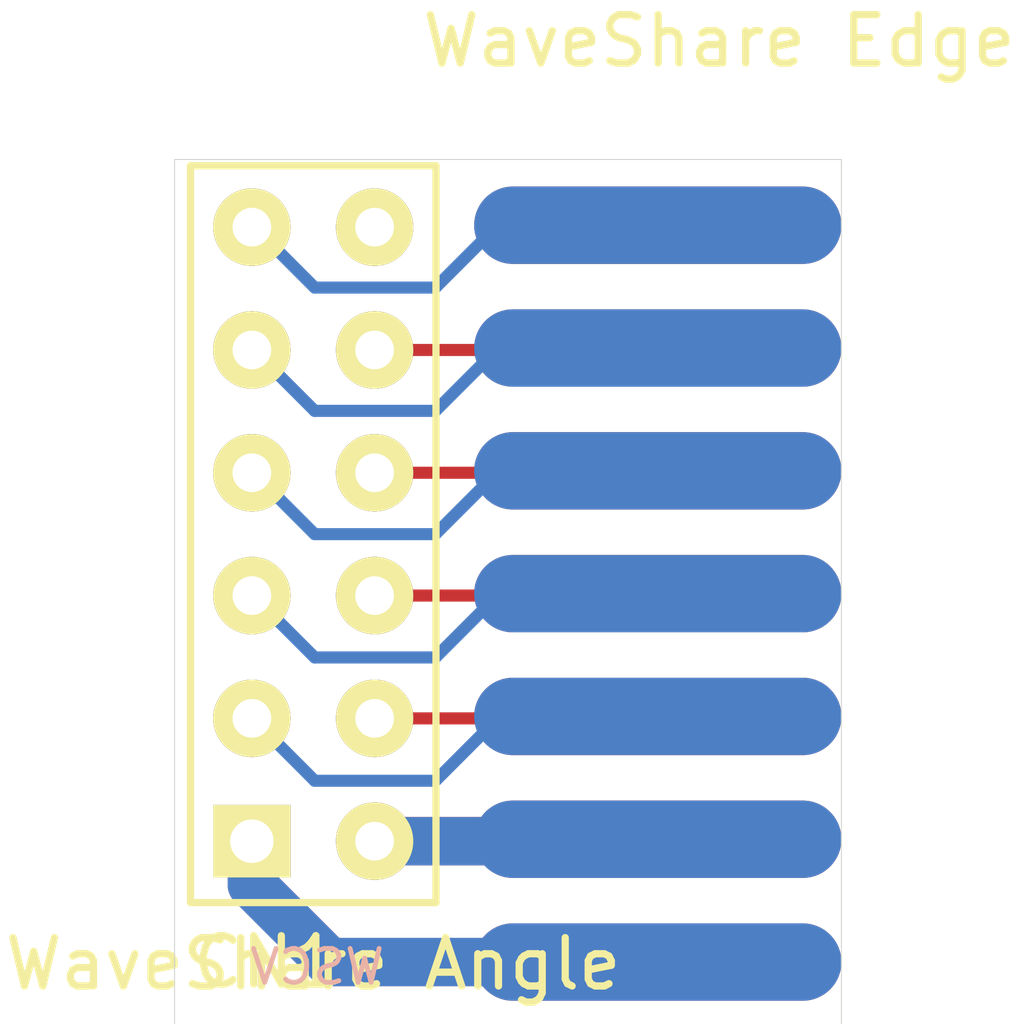
<source format=kicad_pcb>
(kicad_pcb (version 4) (host pcbnew "(2014-08-05 BZR 5054)-product")

  (general
    (links 13)
    (no_connects 0)
    (area 138.332856 88.22 159.769049 113.19)
    (thickness 1.6)
    (drawings 5)
    (tracks 44)
    (zones 0)
    (modules 2)
    (nets 14)
  )

  (page USLetter)
  (layers
    (0 F.Cu signal)
    (31 B.Cu signal)
    (32 B.Adhes user)
    (33 F.Adhes user)
    (34 B.Paste user)
    (35 F.Paste user)
    (36 B.SilkS user)
    (37 F.SilkS user)
    (38 B.Mask user)
    (39 F.Mask user)
    (40 Dwgs.User user)
    (41 Cmts.User user)
    (42 Eco1.User user)
    (43 Eco2.User user)
    (44 Edge.Cuts user)
  )

  (setup
    (last_trace_width 0.25)
    (user_trace_width 0.4)
    (user_trace_width 1)
    (trace_clearance 0.205)
    (zone_clearance 0.508)
    (zone_45_only no)
    (trace_min 0.25)
    (segment_width 0.2)
    (edge_width 0.02)
    (via_size 0.889)
    (via_drill 0.635)
    (via_min_size 0.889)
    (via_min_drill 0.508)
    (user_via 1.397 0.813)
    (uvia_size 0.508)
    (uvia_drill 0.127)
    (uvias_allowed no)
    (uvia_min_size 0.508)
    (uvia_min_drill 0.127)
    (pcb_text_width 0.3)
    (pcb_text_size 1.5 1.5)
    (mod_edge_width 0.15)
    (mod_text_size 1 1)
    (mod_text_width 0.15)
    (pad_size 1.5 1.5)
    (pad_drill 0.6)
    (pad_to_mask_clearance 0)
    (aux_axis_origin 142.1 91.8)
    (visible_elements FFFEFB7F)
    (pcbplotparams
      (layerselection 0x010f0_80000001)
      (usegerberextensions false)
      (excludeedgelayer true)
      (linewidth 0.100000)
      (plotframeref false)
      (viasonmask false)
      (mode 1)
      (useauxorigin true)
      (hpglpennumber 1)
      (hpglpenspeed 20)
      (hpglpendiameter 15)
      (hpglpenoverlay 2)
      (psnegative false)
      (psa4output false)
      (plotreference true)
      (plotvalue false)
      (plotinvisibletext false)
      (padsonsilk false)
      (subtractmaskfromsilk false)
      (outputformat 1)
      (mirror false)
      (drillshape 0)
      (scaleselection 1)
      (outputdirectory tmp/))
  )

  (net 0 "")
  (net 1 "Net-(CN1-Pad1)")
  (net 2 "Net-(CN1-Pad2)")
  (net 3 "Net-(CN1-Pad3)")
  (net 4 "Net-(CN1-Pad4)")
  (net 5 "Net-(CN1-Pad5)")
  (net 6 "Net-(CN1-Pad6)")
  (net 7 "Net-(CN1-Pad7)")
  (net 8 "Net-(CN1-Pad8)")
  (net 9 "Net-(CN1-Pad9)")
  (net 10 "Net-(CN1-Pad10)")
  (net 11 "Net-(CN1-Pad11)")
  (net 12 "Net-(CN1-Pad12)")
  (net 13 "Net-(CN2-Pad13)")

  (net_class Default "This is the default net class."
    (clearance 0.205)
    (trace_width 0.25)
    (via_dia 0.889)
    (via_drill 0.635)
    (uvia_dia 0.508)
    (uvia_drill 0.127)
    (add_net "Net-(CN1-Pad1)")
    (add_net "Net-(CN1-Pad10)")
    (add_net "Net-(CN1-Pad11)")
    (add_net "Net-(CN1-Pad12)")
    (add_net "Net-(CN1-Pad2)")
    (add_net "Net-(CN1-Pad3)")
    (add_net "Net-(CN1-Pad4)")
    (add_net "Net-(CN1-Pad5)")
    (add_net "Net-(CN1-Pad6)")
    (add_net "Net-(CN1-Pad7)")
    (add_net "Net-(CN1-Pad8)")
    (add_net "Net-(CN1-Pad9)")
    (add_net "Net-(CN2-Pad13)")
  )

  (module HERMESLITE:WaveShareEdge (layer F.Cu) (tedit 544894BD) (tstamp 5447492A)
    (at 152.1 108.4 180)
    (path /54473ED2)
    (fp_text reference CN2 (at -2.54 -3.81 180) (layer F.SilkS) hide
      (effects (font (size 1 1) (thickness 0.15)))
    )
    (fp_text value "WaveShare Edge" (at -1.27 19.05 180) (layer F.SilkS)
      (effects (font (size 1 1) (thickness 0.15)))
    )
    (pad 1 smd oval (at 0 0 180) (size 7.6 1.6) (layers F.Cu F.Paste F.Mask)
      (net 1 "Net-(CN1-Pad1)"))
    (pad 3 smd oval (at 0 2.54 180) (size 7.6 1.6) (layers F.Cu F.Paste F.Mask)
      (net 2 "Net-(CN1-Pad2)"))
    (pad 5 smd oval (at 0 5.08 180) (size 7.6 1.6) (layers F.Cu F.Paste F.Mask)
      (net 4 "Net-(CN1-Pad4)"))
    (pad 7 smd oval (at 0 7.62 180) (size 7.6 1.6) (layers F.Cu F.Paste F.Mask)
      (net 6 "Net-(CN1-Pad6)"))
    (pad 9 smd oval (at 0 10.16 180) (size 7.6 1.6) (layers F.Cu F.Paste F.Mask)
      (net 8 "Net-(CN1-Pad8)"))
    (pad 11 smd oval (at 0 12.7 180) (size 7.6 1.6) (layers F.Cu F.Paste F.Mask)
      (net 10 "Net-(CN1-Pad10)"))
    (pad 13 smd oval (at 0 15.24 180) (size 7.6 1.6) (layers F.Cu F.Paste F.Mask)
      (net 13 "Net-(CN2-Pad13)"))
    (pad 2 smd oval (at 0 0 180) (size 7.6 1.6) (layers B.Cu B.Paste B.Mask)
      (net 1 "Net-(CN1-Pad1)"))
    (pad 4 smd oval (at 0 2.54 180) (size 7.6 1.6) (layers B.Cu B.Paste B.Mask)
      (net 2 "Net-(CN1-Pad2)"))
    (pad 6 smd oval (at 0 5.08 180) (size 7.6 1.6) (layers B.Cu B.Paste B.Mask)
      (net 3 "Net-(CN1-Pad3)"))
    (pad 8 smd oval (at 0 7.62 180) (size 7.6 1.6) (layers B.Cu B.Paste B.Mask)
      (net 5 "Net-(CN1-Pad5)"))
    (pad 10 smd oval (at 0 10.16 180) (size 7.6 1.6) (layers B.Cu B.Paste B.Mask)
      (net 7 "Net-(CN1-Pad7)"))
    (pad 12 smd oval (at 0 12.7 180) (size 7.6 1.6) (layers B.Cu B.Paste B.Mask)
      (net 9 "Net-(CN1-Pad9)"))
    (pad 14 smd oval (at 0 15.24 180) (size 7.6 1.6) (layers B.Cu B.Paste B.Mask)
      (net 11 "Net-(CN1-Pad11)"))
  )

  (module HERMESLITE:WaveShareRA (layer F.Cu) (tedit 544894A0) (tstamp 54474914)
    (at 143.7 105.9)
    (path /54473DA8)
    (fp_text reference CN1 (at 0.3 2.5) (layer F.SilkS)
      (effects (font (size 1 1) (thickness 0.15)))
    )
    (fp_text value "WaveShare Angle" (at 1.27 2.54) (layer F.SilkS)
      (effects (font (size 1 1) (thickness 0.15)))
    )
    (fp_line (start -1.27 -13.97) (end -1.27 1.27) (layer F.SilkS) (width 0.15))
    (fp_line (start -1.27 1.27) (end 3.81 1.27) (layer F.SilkS) (width 0.15))
    (fp_line (start 3.81 1.27) (end 3.81 -13.97) (layer F.SilkS) (width 0.15))
    (fp_line (start 3.81 -13.97) (end -1.27 -13.97) (layer F.SilkS) (width 0.15))
    (pad 1 thru_hole rect (at 0 0) (size 1.6 1.5) (drill 0.9) (layers *.Cu *.Mask F.SilkS)
      (net 1 "Net-(CN1-Pad1)"))
    (pad 2 thru_hole circle (at 2.54 0) (size 1.6 1.6) (drill 0.8) (layers *.Cu *.Mask F.SilkS)
      (net 2 "Net-(CN1-Pad2)"))
    (pad 3 thru_hole circle (at 0 -2.54) (size 1.6 1.6) (drill 0.8) (layers *.Cu *.Mask F.SilkS)
      (net 3 "Net-(CN1-Pad3)"))
    (pad 4 thru_hole circle (at 2.54 -2.54) (size 1.6 1.6) (drill 0.8) (layers *.Cu *.Mask F.SilkS)
      (net 4 "Net-(CN1-Pad4)"))
    (pad 5 thru_hole circle (at 0 -5.08) (size 1.6 1.6) (drill 0.8) (layers *.Cu *.Mask F.SilkS)
      (net 5 "Net-(CN1-Pad5)"))
    (pad 6 thru_hole circle (at 2.54 -5.08) (size 1.6 1.6) (drill 0.8) (layers *.Cu *.Mask F.SilkS)
      (net 6 "Net-(CN1-Pad6)"))
    (pad 7 thru_hole circle (at 0 -7.62) (size 1.6 1.6) (drill 0.8) (layers *.Cu *.Mask F.SilkS)
      (net 7 "Net-(CN1-Pad7)"))
    (pad 8 thru_hole circle (at 2.54 -7.62) (size 1.6 1.6) (drill 0.8) (layers *.Cu *.Mask F.SilkS)
      (net 8 "Net-(CN1-Pad8)"))
    (pad 9 thru_hole circle (at 0 -10.16) (size 1.6 1.6) (drill 0.8) (layers *.Cu *.Mask F.SilkS)
      (net 9 "Net-(CN1-Pad9)"))
    (pad 10 thru_hole circle (at 2.54 -10.16) (size 1.6 1.6) (drill 0.8) (layers *.Cu *.Mask F.SilkS)
      (net 10 "Net-(CN1-Pad10)"))
    (pad 11 thru_hole circle (at 0 -12.7) (size 1.6 1.6) (drill 0.8) (layers *.Cu *.Mask F.SilkS)
      (net 11 "Net-(CN1-Pad11)"))
    (pad 12 thru_hole circle (at 2.54 -12.7) (size 1.6 1.6) (drill 0.8) (layers *.Cu *.Mask F.SilkS)
      (net 12 "Net-(CN1-Pad12)"))
  )

  (gr_text WSCV (at 145.05 108.5) (layer B.SilkS)
    (effects (font (size 0.7 0.7) (thickness 0.1)) (justify mirror))
  )
  (gr_line (start 142.1 109.7) (end 142.1 91.8) (angle 90) (layer Edge.Cuts) (width 0.02))
  (gr_line (start 155.9 91.8) (end 142.1 91.8) (angle 90) (layer Edge.Cuts) (width 0.02))
  (gr_line (start 155.9 109.7) (end 155.9 91.8) (angle 90) (layer Edge.Cuts) (width 0.02))
  (gr_line (start 142.1 109.7) (end 155.9 109.7) (angle 90) (layer Edge.Cuts) (width 0.02))

  (segment (start 143.7 105.9) (end 143.7 106.8) (width 1) (layer F.Cu) (net 1))
  (segment (start 145.3 108.4) (end 152.1 108.4) (width 1) (layer F.Cu) (net 1) (tstamp 54474A28))
  (segment (start 143.7 106.8) (end 145.3 108.4) (width 1) (layer F.Cu) (net 1) (tstamp 54474A1B))
  (segment (start 143.7 105.9) (end 143.7 106.8) (width 1) (layer B.Cu) (net 1))
  (segment (start 145.3 108.4) (end 152.1 108.4) (width 1) (layer B.Cu) (net 1) (tstamp 54474A12))
  (segment (start 143.7 106.8) (end 145.3 108.4) (width 1) (layer B.Cu) (net 1) (tstamp 54474A04))
  (segment (start 146.24 105.9) (end 152.06 105.9) (width 1) (layer B.Cu) (net 2))
  (segment (start 152.06 105.9) (end 152.1 105.86) (width 1) (layer B.Cu) (net 2) (tstamp 544749FD))
  (segment (start 146.24 105.9) (end 152.06 105.9) (width 1) (layer F.Cu) (net 2))
  (segment (start 152.06 105.9) (end 152.1 105.86) (width 1) (layer F.Cu) (net 2) (tstamp 544749F7))
  (segment (start 152.06 105.9) (end 152.1 105.86) (width 0.4) (layer F.Cu) (net 2) (tstamp 544749E3))
  (segment (start 143.7 103.36) (end 143.71 103.36) (width 0.25) (layer B.Cu) (net 3))
  (segment (start 143.71 103.36) (end 145 104.65) (width 0.25) (layer B.Cu) (net 3) (tstamp 54474A62))
  (segment (start 145 104.65) (end 147.5 104.65) (width 0.25) (layer B.Cu) (net 3) (tstamp 54474A76))
  (segment (start 147.5 104.65) (end 148.83 103.32) (width 0.25) (layer B.Cu) (net 3) (tstamp 54474A7E))
  (segment (start 148.83 103.32) (end 152.1 103.32) (width 0.25) (layer B.Cu) (net 3) (tstamp 54474A9A))
  (segment (start 146.24 103.36) (end 152.06 103.36) (width 0.25) (layer F.Cu) (net 4))
  (segment (start 152.06 103.36) (end 152.1 103.32) (width 0.25) (layer F.Cu) (net 4) (tstamp 544749E0))
  (segment (start 143.7 100.82) (end 143.72 100.82) (width 0.25) (layer B.Cu) (net 5))
  (segment (start 143.72 100.82) (end 145 102.1) (width 0.25) (layer B.Cu) (net 5) (tstamp 54474AB8))
  (segment (start 145 102.1) (end 147.5 102.1) (width 0.25) (layer B.Cu) (net 5) (tstamp 54474AC2))
  (segment (start 147.5 102.1) (end 148.82 100.78) (width 0.25) (layer B.Cu) (net 5) (tstamp 54474AC9))
  (segment (start 148.82 100.78) (end 152.1 100.78) (width 0.25) (layer B.Cu) (net 5) (tstamp 54474ACD))
  (segment (start 146.24 100.82) (end 152.06 100.82) (width 0.25) (layer F.Cu) (net 6))
  (segment (start 152.06 100.82) (end 152.1 100.78) (width 0.25) (layer F.Cu) (net 6) (tstamp 544749DD))
  (segment (start 143.7 98.28) (end 143.73 98.28) (width 0.25) (layer B.Cu) (net 7))
  (segment (start 143.73 98.28) (end 145 99.55) (width 0.25) (layer B.Cu) (net 7) (tstamp 54474AD9))
  (segment (start 145 99.55) (end 147.5 99.55) (width 0.25) (layer B.Cu) (net 7) (tstamp 54474AE6))
  (segment (start 147.5 99.55) (end 148.81 98.24) (width 0.25) (layer B.Cu) (net 7) (tstamp 54474AEC))
  (segment (start 148.81 98.24) (end 152.1 98.24) (width 0.25) (layer B.Cu) (net 7) (tstamp 54474AEE))
  (segment (start 146.24 98.28) (end 152.06 98.28) (width 0.25) (layer F.Cu) (net 8))
  (segment (start 152.06 98.28) (end 152.1 98.24) (width 0.25) (layer F.Cu) (net 8) (tstamp 544749D9))
  (segment (start 143.7 95.74) (end 143.74 95.74) (width 0.25) (layer B.Cu) (net 9))
  (segment (start 143.74 95.74) (end 145 97) (width 0.25) (layer B.Cu) (net 9) (tstamp 54474AFE))
  (segment (start 145 97) (end 147.5 97) (width 0.25) (layer B.Cu) (net 9) (tstamp 54474B0A))
  (segment (start 147.5 97) (end 148.8 95.7) (width 0.25) (layer B.Cu) (net 9) (tstamp 54474B11))
  (segment (start 148.8 95.7) (end 152.1 95.7) (width 0.25) (layer B.Cu) (net 9) (tstamp 54474B12))
  (segment (start 146.24 95.74) (end 152.06 95.74) (width 0.25) (layer F.Cu) (net 10))
  (segment (start 152.06 95.74) (end 152.1 95.7) (width 0.25) (layer F.Cu) (net 10) (tstamp 544749D6))
  (segment (start 143.7 93.2) (end 143.75 93.2) (width 0.25) (layer B.Cu) (net 11))
  (segment (start 143.75 93.2) (end 145 94.45) (width 0.25) (layer B.Cu) (net 11) (tstamp 54474B4B))
  (segment (start 145 94.45) (end 147.5 94.45) (width 0.25) (layer B.Cu) (net 11) (tstamp 54474B54))
  (segment (start 147.5 94.45) (end 148.79 93.16) (width 0.25) (layer B.Cu) (net 11) (tstamp 54474B5B))
  (segment (start 148.79 93.16) (end 152.1 93.16) (width 0.25) (layer B.Cu) (net 11) (tstamp 54474B5D))

)

</source>
